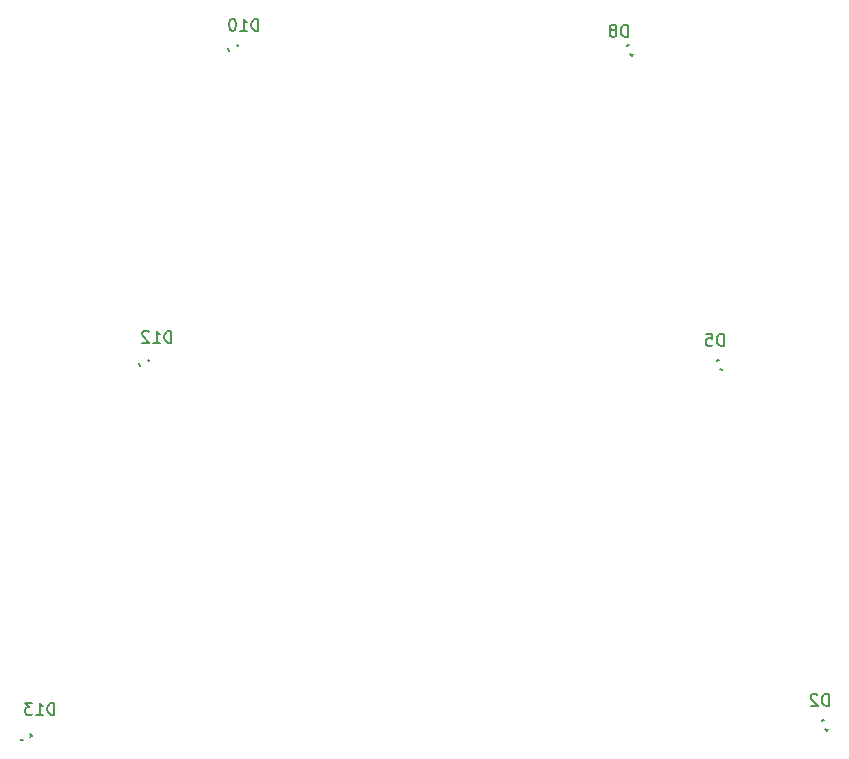
<source format=gbr>
G04 #@! TF.GenerationSoftware,KiCad,Pcbnew,(5.0.2)-1*
G04 #@! TF.CreationDate,2020-06-10T19:39:16-05:00*
G04 #@! TF.ProjectId,Base_Hardware,42617365-5f48-4617-9264-776172652e6b,rev?*
G04 #@! TF.SameCoordinates,Original*
G04 #@! TF.FileFunction,Legend,Bot*
G04 #@! TF.FilePolarity,Positive*
%FSLAX46Y46*%
G04 Gerber Fmt 4.6, Leading zero omitted, Abs format (unit mm)*
G04 Created by KiCad (PCBNEW (5.0.2)-1) date 6/10/2020 7:39:16 PM*
%MOMM*%
%LPD*%
G01*
G04 APERTURE LIST*
%ADD10C,0.150000*%
G04 APERTURE END LIST*
D10*
G04 #@! TO.C,D2*
X175199000Y-124206000D02*
X175199000Y-124079000D01*
X175199000Y-124079000D02*
X175326000Y-124079000D01*
X175453000Y-124866400D02*
X175580000Y-124993400D01*
X175580000Y-124993400D02*
X175707000Y-124866400D01*
G04 #@! TO.C,D5*
X166309000Y-93715800D02*
X166309000Y-93588800D01*
X166309000Y-93588800D02*
X166436000Y-93588800D01*
X166563000Y-94376200D02*
X166690000Y-94503200D01*
X166690000Y-94503200D02*
X166817000Y-94376200D01*
G04 #@! TO.C,D8*
X159070000Y-67843400D02*
X159197000Y-67716400D01*
X158943000Y-67716400D02*
X159070000Y-67843400D01*
X158689000Y-66929000D02*
X158816000Y-66929000D01*
X158689000Y-67056000D02*
X158689000Y-66929000D01*
G04 #@! TO.C,D10*
X125653800Y-66939200D02*
X125780800Y-66939200D01*
X125780800Y-66939200D02*
X125780800Y-67066200D01*
X124993400Y-67193200D02*
X124866400Y-67320200D01*
X124866400Y-67320200D02*
X124993400Y-67447200D01*
G04 #@! TO.C,D12*
X117322600Y-93980000D02*
X117449600Y-94107000D01*
X117449600Y-93853000D02*
X117322600Y-93980000D01*
X118237000Y-93599000D02*
X118237000Y-93726000D01*
X118110000Y-93599000D02*
X118237000Y-93599000D01*
G04 #@! TO.C,D13*
X107508000Y-125791000D02*
X107381000Y-125791000D01*
X107381000Y-125791000D02*
X107381000Y-125664000D01*
X108168400Y-125537000D02*
X108295400Y-125410000D01*
X108295400Y-125410000D02*
X108168400Y-125283000D01*
G04 #@! TO.C,D2*
X175744095Y-122880380D02*
X175744095Y-121880380D01*
X175506000Y-121880380D01*
X175363142Y-121928000D01*
X175267904Y-122023238D01*
X175220285Y-122118476D01*
X175172666Y-122308952D01*
X175172666Y-122451809D01*
X175220285Y-122642285D01*
X175267904Y-122737523D01*
X175363142Y-122832761D01*
X175506000Y-122880380D01*
X175744095Y-122880380D01*
X174791714Y-121975619D02*
X174744095Y-121928000D01*
X174648857Y-121880380D01*
X174410761Y-121880380D01*
X174315523Y-121928000D01*
X174267904Y-121975619D01*
X174220285Y-122070857D01*
X174220285Y-122166095D01*
X174267904Y-122308952D01*
X174839333Y-122880380D01*
X174220285Y-122880380D01*
G04 #@! TO.C,D5*
X166854095Y-92400380D02*
X166854095Y-91400380D01*
X166616000Y-91400380D01*
X166473142Y-91448000D01*
X166377904Y-91543238D01*
X166330285Y-91638476D01*
X166282666Y-91828952D01*
X166282666Y-91971809D01*
X166330285Y-92162285D01*
X166377904Y-92257523D01*
X166473142Y-92352761D01*
X166616000Y-92400380D01*
X166854095Y-92400380D01*
X165377904Y-91400380D02*
X165854095Y-91400380D01*
X165901714Y-91876571D01*
X165854095Y-91828952D01*
X165758857Y-91781333D01*
X165520761Y-91781333D01*
X165425523Y-91828952D01*
X165377904Y-91876571D01*
X165330285Y-91971809D01*
X165330285Y-92209904D01*
X165377904Y-92305142D01*
X165425523Y-92352761D01*
X165520761Y-92400380D01*
X165758857Y-92400380D01*
X165854095Y-92352761D01*
X165901714Y-92305142D01*
G04 #@! TO.C,D8*
X158726095Y-66238380D02*
X158726095Y-65238380D01*
X158488000Y-65238380D01*
X158345142Y-65286000D01*
X158249904Y-65381238D01*
X158202285Y-65476476D01*
X158154666Y-65666952D01*
X158154666Y-65809809D01*
X158202285Y-66000285D01*
X158249904Y-66095523D01*
X158345142Y-66190761D01*
X158488000Y-66238380D01*
X158726095Y-66238380D01*
X157583238Y-65666952D02*
X157678476Y-65619333D01*
X157726095Y-65571714D01*
X157773714Y-65476476D01*
X157773714Y-65428857D01*
X157726095Y-65333619D01*
X157678476Y-65286000D01*
X157583238Y-65238380D01*
X157392761Y-65238380D01*
X157297523Y-65286000D01*
X157249904Y-65333619D01*
X157202285Y-65428857D01*
X157202285Y-65476476D01*
X157249904Y-65571714D01*
X157297523Y-65619333D01*
X157392761Y-65666952D01*
X157583238Y-65666952D01*
X157678476Y-65714571D01*
X157726095Y-65762190D01*
X157773714Y-65857428D01*
X157773714Y-66047904D01*
X157726095Y-66143142D01*
X157678476Y-66190761D01*
X157583238Y-66238380D01*
X157392761Y-66238380D01*
X157297523Y-66190761D01*
X157249904Y-66143142D01*
X157202285Y-66047904D01*
X157202285Y-65857428D01*
X157249904Y-65762190D01*
X157297523Y-65714571D01*
X157392761Y-65666952D01*
G04 #@! TO.C,D10*
X127452285Y-65730380D02*
X127452285Y-64730380D01*
X127214190Y-64730380D01*
X127071333Y-64778000D01*
X126976095Y-64873238D01*
X126928476Y-64968476D01*
X126880857Y-65158952D01*
X126880857Y-65301809D01*
X126928476Y-65492285D01*
X126976095Y-65587523D01*
X127071333Y-65682761D01*
X127214190Y-65730380D01*
X127452285Y-65730380D01*
X125928476Y-65730380D02*
X126499904Y-65730380D01*
X126214190Y-65730380D02*
X126214190Y-64730380D01*
X126309428Y-64873238D01*
X126404666Y-64968476D01*
X126499904Y-65016095D01*
X125309428Y-64730380D02*
X125214190Y-64730380D01*
X125118952Y-64778000D01*
X125071333Y-64825619D01*
X125023714Y-64920857D01*
X124976095Y-65111333D01*
X124976095Y-65349428D01*
X125023714Y-65539904D01*
X125071333Y-65635142D01*
X125118952Y-65682761D01*
X125214190Y-65730380D01*
X125309428Y-65730380D01*
X125404666Y-65682761D01*
X125452285Y-65635142D01*
X125499904Y-65539904D01*
X125547523Y-65349428D01*
X125547523Y-65111333D01*
X125499904Y-64920857D01*
X125452285Y-64825619D01*
X125404666Y-64778000D01*
X125309428Y-64730380D01*
G04 #@! TO.C,D12*
X120086285Y-92146380D02*
X120086285Y-91146380D01*
X119848190Y-91146380D01*
X119705333Y-91194000D01*
X119610095Y-91289238D01*
X119562476Y-91384476D01*
X119514857Y-91574952D01*
X119514857Y-91717809D01*
X119562476Y-91908285D01*
X119610095Y-92003523D01*
X119705333Y-92098761D01*
X119848190Y-92146380D01*
X120086285Y-92146380D01*
X118562476Y-92146380D02*
X119133904Y-92146380D01*
X118848190Y-92146380D02*
X118848190Y-91146380D01*
X118943428Y-91289238D01*
X119038666Y-91384476D01*
X119133904Y-91432095D01*
X118181523Y-91241619D02*
X118133904Y-91194000D01*
X118038666Y-91146380D01*
X117800571Y-91146380D01*
X117705333Y-91194000D01*
X117657714Y-91241619D01*
X117610095Y-91336857D01*
X117610095Y-91432095D01*
X117657714Y-91574952D01*
X118229142Y-92146380D01*
X117610095Y-92146380D01*
G04 #@! TO.C,D13*
X110180285Y-123642380D02*
X110180285Y-122642380D01*
X109942190Y-122642380D01*
X109799333Y-122690000D01*
X109704095Y-122785238D01*
X109656476Y-122880476D01*
X109608857Y-123070952D01*
X109608857Y-123213809D01*
X109656476Y-123404285D01*
X109704095Y-123499523D01*
X109799333Y-123594761D01*
X109942190Y-123642380D01*
X110180285Y-123642380D01*
X108656476Y-123642380D02*
X109227904Y-123642380D01*
X108942190Y-123642380D02*
X108942190Y-122642380D01*
X109037428Y-122785238D01*
X109132666Y-122880476D01*
X109227904Y-122928095D01*
X108323142Y-122642380D02*
X107704095Y-122642380D01*
X108037428Y-123023333D01*
X107894571Y-123023333D01*
X107799333Y-123070952D01*
X107751714Y-123118571D01*
X107704095Y-123213809D01*
X107704095Y-123451904D01*
X107751714Y-123547142D01*
X107799333Y-123594761D01*
X107894571Y-123642380D01*
X108180285Y-123642380D01*
X108275523Y-123594761D01*
X108323142Y-123547142D01*
G04 #@! TD*
M02*

</source>
